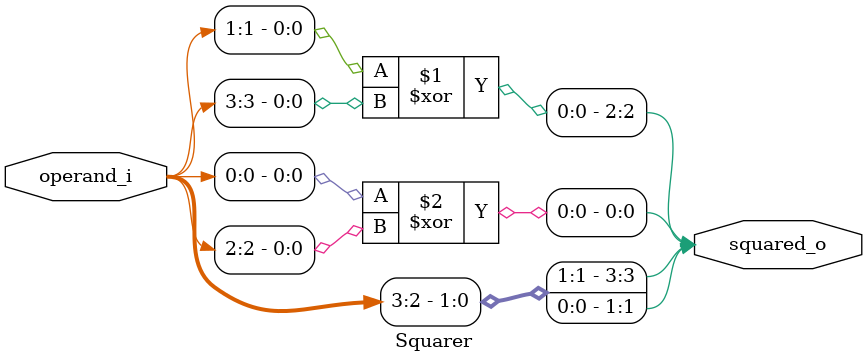
<source format=sv>
`timescale 1ns/1ps
module Squarer
	(
	//input operand
	input logic [3:0] operand_i,

	//output squared
	output logic [3:0] squared_o
	);

	//squaring operation
	assign squared_o[3] = operand_i[3];
	assign squared_o[2] = operand_i[1] ^ operand_i[3];
	assign squared_o[1] = operand_i[2];
	assign squared_o[0] = operand_i[0] ^ operand_i[2];

endmodule
</source>
